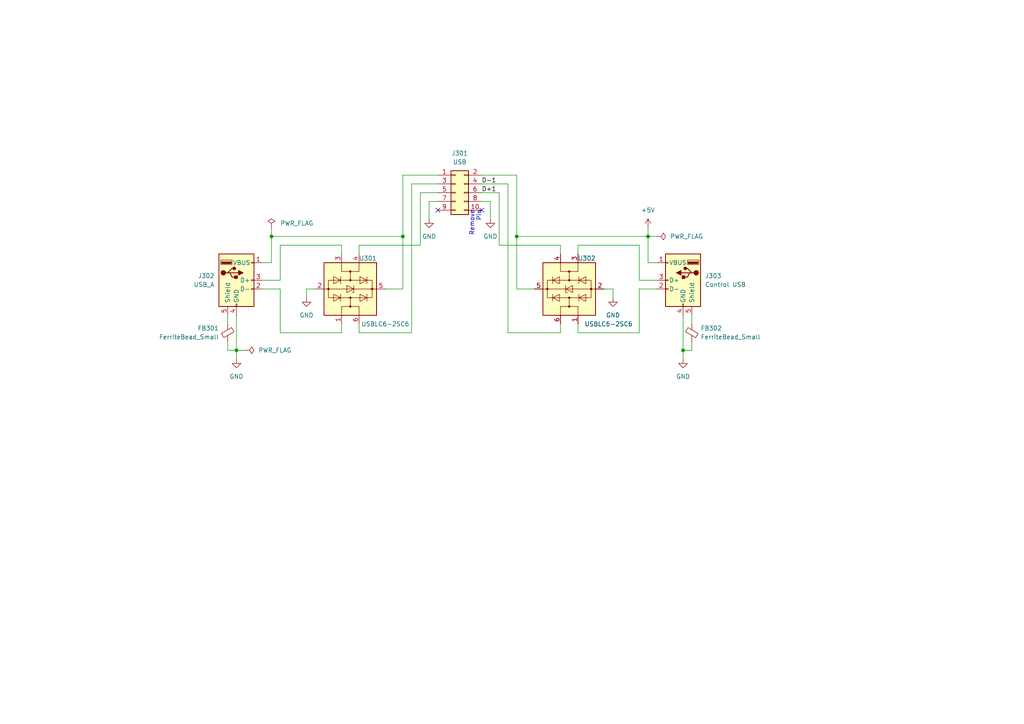
<source format=kicad_sch>
(kicad_sch (version 20211123) (generator eeschema)
  (paper "A4")
  (title_block (title "NAS control remote") (date "2023-01-11") (rev "0.1") (company "Eurovibes Benedikt Spranger") (comment 1 "SPDX-License-Identifier: CERN-OHL-S-2.0") (comment 2 "https://ohwr.org/cern_ohl_s_v2.txt") (comment 3 "To view a copy of this license, visit") (comment 4 "This work is licensed under the CERN-OHL-S v2"))
  (lib_symbols
    (symbol "Connector:USB_A" (pin_names (offset 1.016))
      (property "Reference" "J" (at -5.08 11.43 0))
      (property "Value" "USB_A" (at -5.08 8.89 0))
      (symbol "USB_A_0_1"
        (rectangle (start -5.08 -7.62) (end 5.08 7.62) (stroke (width 0.254)) (fill (type background)))
        (circle (center -3.81 2.159) (radius 0.635) (stroke (width 0.254)) (fill (type outline)))
        (rectangle (start -1.524 4.826) (end -4.318 5.334) (fill (type outline)))
        (rectangle (start -1.27 4.572) (end -4.572 5.842))
        (circle (center -0.635 3.429) (radius 0.381) (stroke (width 0.254)) (fill (type outline)))
        (rectangle (start -0.127 -7.62) (end 0.127 -6.858))
        (polyline (pts (xy -3.175 2.159) (xy -2.54 2.159) (xy -1.27 3.429) (xy -0.635 3.429)) (stroke (width 0.254)))
        (polyline (pts (xy -2.54 2.159) (xy -1.905 2.159) (xy -1.27 0.889) (xy 0 0.889)) (stroke (width 0.254)))
        (polyline (pts (xy 0.635 2.794) (xy 0.635 1.524) (xy 1.905 2.159) (xy 0.635 2.794)) (stroke (width 0.254)) (fill (type outline)))
        (rectangle (start 0.254 1.27) (end -0.508 0.508) (stroke (width 0.254)) (fill (type outline)))
        (rectangle (start 5.08 -2.667) (end 4.318 -2.413))
        (rectangle (start 5.08 -0.127) (end 4.318 0.127))
        (rectangle (start 5.08 4.953) (end 4.318 5.207))
      )
      (symbol "USB_A_1_1"
        (polyline (pts (xy -1.905 2.159) (xy 0.635 2.159)) (stroke (width 0.254)))
        (pin power_in line (at 7.62 5.08 180) (length 2.54) (name "VBUS") (number "1"))
        (pin bidirectional line (at 7.62 -2.54 180) (length 2.54) (name "D-") (number "2"))
        (pin bidirectional line (at 7.62 0 180) (length 2.54) (name "D+") (number "3"))
        (pin power_in line (at 0 -10.16 90) (length 2.54) (name "GND") (number "4"))
        (pin passive line (at -2.54 -10.16 90) (length 2.54) (name "Shield") (number "5"))
      )
    )
    (symbol "Connector_Generic:Conn_02x05_Odd_Even" (pin_names (offset 1.016) hide)
      (property "Reference" "J" (at 1.27 7.62 0))
      (property "Value" "Conn_02x05_Odd_Even" (at 1.27 -7.62 0))
      (symbol "Conn_02x05_Odd_Even_1_1"
        (rectangle (start -1.27 -4.953) (end 0 -5.207) (stroke (width 0.1524)))
        (rectangle (start -1.27 -2.413) (end 0 -2.667) (stroke (width 0.1524)))
        (rectangle (start -1.27 0.127) (end 0 -0.127) (stroke (width 0.1524)))
        (rectangle (start -1.27 2.667) (end 0 2.413) (stroke (width 0.1524)))
        (rectangle (start -1.27 5.207) (end 0 4.953) (stroke (width 0.1524)))
        (rectangle (start -1.27 6.35) (end 3.81 -6.35) (stroke (width 0.254)) (fill (type background)))
        (rectangle (start 3.81 -4.953) (end 2.54 -5.207) (stroke (width 0.1524)))
        (rectangle (start 3.81 -2.413) (end 2.54 -2.667) (stroke (width 0.1524)))
        (rectangle (start 3.81 0.127) (end 2.54 -0.127) (stroke (width 0.1524)))
        (rectangle (start 3.81 2.667) (end 2.54 2.413) (stroke (width 0.1524)))
        (rectangle (start 3.81 5.207) (end 2.54 4.953) (stroke (width 0.1524)))
        (pin passive line (at -5.08 5.08 0) (length 3.81) (name "Pin_1") (number "1"))
        (pin passive line (at 7.62 -5.08 180) (length 3.81) (name "Pin_10") (number "10"))
        (pin passive line (at 7.62 5.08 180) (length 3.81) (name "Pin_2") (number "2"))
        (pin passive line (at -5.08 2.54 0) (length 3.81) (name "Pin_3") (number "3"))
        (pin passive line (at 7.62 2.54 180) (length 3.81) (name "Pin_4") (number "4"))
        (pin passive line (at -5.08 0 0) (length 3.81) (name "Pin_5") (number "5"))
        (pin passive line (at 7.62 0 180) (length 3.81) (name "Pin_6") (number "6"))
        (pin passive line (at -5.08 -2.54 0) (length 3.81) (name "Pin_7") (number "7"))
        (pin passive line (at 7.62 -2.54 180) (length 3.81) (name "Pin_8") (number "8"))
        (pin passive line (at -5.08 -5.08 0) (length 3.81) (name "Pin_9") (number "9"))
      )
    )
    (symbol "Device:FerriteBead_Small" (pin_numbers hide) (pin_names (offset 0))
      (property "Reference" "FB" (at 1.905 1.27 0))
      (property "Value" "FerriteBead_Small" (at 1.905 -1.27 0))
      (symbol "FerriteBead_Small_0_1"
        (polyline (pts (xy 0 -1.27) (xy 0 -0.7874)))
        (polyline (pts (xy 0 0.889) (xy 0 1.2954)))
        (polyline (pts (xy -1.8288 0.2794) (xy -1.1176 1.4986) (xy 1.8288 -0.2032) (xy 1.1176 -1.4224) (xy -1.8288 0.2794)))
      )
      (symbol "FerriteBead_Small_1_1"
        (pin passive line (at 0 2.54 270) (length 1.27) (name "~") (number "1"))
        (pin passive line (at 0 -2.54 90) (length 1.27) (name "~") (number "2"))
      )
    )
    (symbol "Power_Protection:USBLC6-2SC6" (pin_names hide)
      (property "Reference" "U" (at 2.54 8.89 0))
      (property "Value" "USBLC6-2SC6" (at 2.54 -8.89 0))
      (symbol "USBLC6-2SC6_0_1"
        (rectangle (start -7.62 -7.62) (end 7.62 7.62) (stroke (width 0.254)) (fill (type background)))
        (circle (center -5.08 0) (radius 0.254) (fill (type outline)))
        (circle (center -2.54 0) (radius 0.254) (fill (type outline)))
        (rectangle (start -2.54 6.35) (end 2.54 -6.35))
        (circle (center 0 -6.35) (radius 0.254) (fill (type outline)))
        (polyline (pts (xy -5.08 -2.54) (xy -7.62 -2.54)))
        (polyline (pts (xy -5.08 0) (xy -5.08 -2.54)))
        (polyline (pts (xy -5.08 2.54) (xy -7.62 2.54)))
        (polyline (pts (xy -1.524 -2.794) (xy -3.556 -2.794)))
        (polyline (pts (xy -1.524 4.826) (xy -3.556 4.826)))
        (polyline (pts (xy 0 -7.62) (xy 0 -6.35)))
        (polyline (pts (xy 0 -6.35) (xy 0 1.27)))
        (polyline (pts (xy 0 1.27) (xy 0 6.35)))
        (polyline (pts (xy 0 6.35) (xy 0 7.62)))
        (polyline (pts (xy 1.524 -2.794) (xy 3.556 -2.794)))
        (polyline (pts (xy 1.524 4.826) (xy 3.556 4.826)))
        (polyline (pts (xy 5.08 -2.54) (xy 7.62 -2.54)))
        (polyline (pts (xy 5.08 0) (xy 5.08 -2.54)))
        (polyline (pts (xy 5.08 2.54) (xy 7.62 2.54)))
        (polyline (pts (xy -2.54 0) (xy -5.08 0) (xy -5.08 2.54)))
        (polyline (pts (xy 2.54 0) (xy 5.08 0) (xy 5.08 2.54)))
        (polyline (pts (xy -3.556 -4.826) (xy -1.524 -4.826) (xy -2.54 -2.794) (xy -3.556 -4.826)))
        (polyline (pts (xy -3.556 2.794) (xy -1.524 2.794) (xy -2.54 4.826) (xy -3.556 2.794)))
        (polyline (pts (xy -1.016 -1.016) (xy 1.016 -1.016) (xy 0 1.016) (xy -1.016 -1.016)))
        (polyline (pts (xy 1.016 1.016) (xy 0.762 1.016) (xy -1.016 1.016) (xy -1.016 0.508)))
        (polyline (pts (xy 3.556 -4.826) (xy 1.524 -4.826) (xy 2.54 -2.794) (xy 3.556 -4.826)))
        (polyline (pts (xy 3.556 2.794) (xy 1.524 2.794) (xy 2.54 4.826) (xy 3.556 2.794)))
        (circle (center 0 6.35) (radius 0.254) (fill (type outline)))
        (circle (center 2.54 0) (radius 0.254) (fill (type outline)))
        (circle (center 5.08 0) (radius 0.254) (fill (type outline)))
      )
      (symbol "USBLC6-2SC6_1_1"
        (pin passive line (at -10.16 -2.54 0) (length 2.54) (name "I/O1") (number "1"))
        (pin passive line (at 0 -10.16 90) (length 2.54) (name "GND") (number "2"))
        (pin passive line (at 10.16 -2.54 180) (length 2.54) (name "I/O2") (number "3"))
        (pin passive line (at 10.16 2.54 180) (length 2.54) (name "I/O2") (number "4"))
        (pin passive line (at 0 10.16 270) (length 2.54) (name "VBUS") (number "5"))
        (pin passive line (at -10.16 2.54 0) (length 2.54) (name "I/O1") (number "6"))
      )
    )
    (symbol "power:+5V" (power) (pin_names (offset 0))
      (property "Value" "+5V" (at 0 3.556 0))
      (symbol "+5V_0_1"
        (polyline (pts (xy -0.762 1.27) (xy 0 2.54)))
        (polyline (pts (xy 0 0) (xy 0 2.54)))
        (polyline (pts (xy 0 2.54) (xy 0.762 1.27)))
      )
      (symbol "+5V_1_1"
        (pin power_in line (at 0 0 90) (length 0) hide (name "+5V") (number "1"))
      )
    )
    (symbol "power:GND" (power) (pin_names (offset 0))
      (property "Value" "GND" (at 0 -3.81 0))
      (symbol "GND_0_1"
        (polyline (pts (xy 0 0) (xy 0 -1.27) (xy 1.27 -1.27) (xy 0 -2.54) (xy -1.27 -1.27) (xy 0 -1.27)))
      )
      (symbol "GND_1_1"
        (pin power_in line (at 0 0 270) (length 0) hide (name "GND") (number "1"))
      )
    )
    (symbol "power:PWR_FLAG" (power) (pin_numbers hide) (pin_names (offset 0) hide)
      (property "Value" "PWR_FLAG" (at 0 3.81 0))
      (symbol "PWR_FLAG_0_0"
        (pin power_out line (at 0 0 90) (length 0) (name "pwr") (number "1"))
      )
      (symbol "PWR_FLAG_0_1"
        (polyline (pts (xy 0 0) (xy 0 1.27) (xy -1.016 1.905) (xy 0 2.54) (xy 1.016 1.905) (xy 0 1.27)))
      )
    )
  )
  (junction (at 149.86 68.58))
  (junction (at 78.74 68.58))
  (junction (at 68.58 101.6))
  (junction (at 116.84 68.58))
  (junction (at 198.12 101.6))
  (junction (at 187.96 68.58))
  (no_connect (at 127 60.96))
  (no_connect (at 139.7 60.96))
  (wire (pts (xy 68.58 101.6) (xy 71.12 101.6)))
  (wire (pts (xy 99.06 71.12) (xy 99.06 73.66)))
  (wire (pts (xy 162.56 73.66) (xy 162.56 71.12)))
  (wire (pts (xy 81.28 96.52) (xy 99.06 96.52)))
  (wire (pts (xy 81.28 83.82) (xy 81.28 96.52)))
  (wire (pts (xy 76.2 83.82) (xy 81.28 83.82)))
  (wire (pts (xy 187.96 66.04) (xy 187.96 68.58)))
  (wire (pts (xy 162.56 96.52) (xy 147.32 96.52)))
  (wire (pts (xy 190.5 83.82) (xy 185.42 83.82)))
  (wire (pts (xy 76.2 76.2) (xy 78.74 76.2)))
  (wire (pts (xy 66.04 99.06) (xy 66.04 101.6)))
  (wire (pts (xy 139.7 53.34) (xy 147.32 53.34)))
  (wire (pts (xy 81.28 71.12) (xy 99.06 71.12)))
  (wire (pts (xy 187.96 76.2) (xy 187.96 68.58)))
  (wire (pts (xy 119.38 53.34) (xy 119.38 96.52)))
  (wire (pts (xy 139.7 50.8) (xy 149.86 50.8)))
  (wire (pts (xy 185.42 71.12) (xy 167.64 71.12)))
  (wire (pts (xy 81.28 81.28) (xy 81.28 71.12)))
  (wire (pts (xy 167.64 93.98) (xy 167.64 96.52)))
  (wire (pts (xy 88.9 83.82) (xy 88.9 86.36)))
  (wire (pts (xy 162.56 93.98) (xy 162.56 96.52)))
  (wire (pts (xy 144.78 71.12) (xy 162.56 71.12)))
  (wire (pts (xy 185.42 96.52) (xy 167.64 96.52)))
  (wire (pts (xy 200.66 101.6) (xy 198.12 101.6)))
  (wire (pts (xy 111.76 83.82) (xy 116.84 83.82)))
  (wire (pts (xy 200.66 91.44) (xy 200.66 93.98)))
  (wire (pts (xy 116.84 50.8) (xy 116.84 68.58)))
  (wire (pts (xy 147.32 53.34) (xy 147.32 96.52)))
  (wire (pts (xy 144.78 55.88) (xy 139.7 55.88)))
  (wire (pts (xy 177.8 83.82) (xy 177.8 86.36)))
  (wire (pts (xy 99.06 93.98) (xy 99.06 96.52)))
  (wire (pts (xy 142.24 58.42) (xy 142.24 63.5)))
  (wire (pts (xy 149.86 50.8) (xy 149.86 68.58)))
  (wire (pts (xy 78.74 68.58) (xy 116.84 68.58)))
  (wire (pts (xy 91.44 83.82) (xy 88.9 83.82)))
  (wire (pts (xy 144.78 71.12) (xy 144.78 55.88)))
  (wire (pts (xy 68.58 101.6) (xy 68.58 104.14)))
  (wire (pts (xy 104.14 73.66) (xy 104.14 71.12)))
  (wire (pts (xy 76.2 81.28) (xy 81.28 81.28)))
  (wire (pts (xy 104.14 96.52) (xy 119.38 96.52)))
  (wire (pts (xy 187.96 68.58) (xy 149.86 68.58)))
  (wire (pts (xy 200.66 99.06) (xy 200.66 101.6)))
  (wire (pts (xy 78.74 76.2) (xy 78.74 68.58)))
  (wire (pts (xy 78.74 66.04) (xy 78.74 68.58)))
  (wire (pts (xy 190.5 81.28) (xy 185.42 81.28)))
  (wire (pts (xy 190.5 76.2) (xy 187.96 76.2)))
  (wire (pts (xy 175.26 83.82) (xy 177.8 83.82)))
  (wire (pts (xy 167.64 71.12) (xy 167.64 73.66)))
  (wire (pts (xy 185.42 81.28) (xy 185.42 71.12)))
  (wire (pts (xy 185.42 83.82) (xy 185.42 96.52)))
  (wire (pts (xy 121.92 71.12) (xy 104.14 71.12)))
  (wire (pts (xy 124.46 58.42) (xy 124.46 63.5)))
  (wire (pts (xy 198.12 101.6) (xy 198.12 104.14)))
  (wire (pts (xy 121.92 71.12) (xy 121.92 55.88)))
  (wire (pts (xy 66.04 101.6) (xy 68.58 101.6)))
  (wire (pts (xy 127 58.42) (xy 124.46 58.42)))
  (wire (pts (xy 116.84 68.58) (xy 116.84 83.82)))
  (wire (pts (xy 187.96 68.58) (xy 190.5 68.58)))
  (wire (pts (xy 116.84 50.8) (xy 127 50.8)))
  (wire (pts (xy 121.92 55.88) (xy 127 55.88)))
  (wire (pts (xy 139.7 58.42) (xy 142.24 58.42)))
  (wire (pts (xy 149.86 68.58) (xy 149.86 83.82)))
  (wire (pts (xy 68.58 91.44) (xy 68.58 101.6)))
  (wire (pts (xy 119.38 53.34) (xy 127 53.34)))
  (wire (pts (xy 154.94 83.82) (xy 149.86 83.82)))
  (wire (pts (xy 198.12 91.44) (xy 198.12 101.6)))
  (wire (pts (xy 66.04 91.44) (xy 66.04 93.98)))
  (wire (pts (xy 104.14 93.98) (xy 104.14 96.52)))
  (text "Remove\nPin" (at 139.7 60.96 270) (effects (font (size 1.27 1.27)) (justify right bottom)))
  (label "D+1" (at 139.7 55.88 0))
  (label "D-1" (at 139.7 53.34 0))
  (symbol (lib_id "power:PWR_FLAG") (at 190.5 68.58 270) (unit 1)
    (property "Reference" "#FLG0302" (effects hide))
    (property "Value" "PWR_FLAG" (at 194.31 68.5799 90) (effects (justify left)))
  )
  (symbol (lib_id "Connector_Generic:Conn_02x05_Odd_Even") (at 132.08 55.88 0) (unit 1)
    (property "Reference" "J301" (at 133.35 44.45 0))
    (property "Value" "USB" (at 133.35 46.99 0))
    (property "Footprint" "Connector_PinHeader_2.54mm:PinHeader_2x05_P2.54mm_Vertical" (effects hide))
    (property "assemble" "n" (effects hide))
    (property "Description" "Stiftleiste; Stift; männlich; PIN: 10; gerade; 2,54mm; THT; 2x5; L3mm" (effects hide))
    (property "Manufacture" "CONNFLY" (effects hide))
    (property "SupplLink" "https://www.tme.eu/de/details/zl202-10g/stiftleisten-und-buchsen/connfly/ds1021-2-5sf11-b/" (effects hide))
    (property "mpn" "DS1021-2*5SF11-B" (effects hide))
    (property "tme#" "ZL202-10G" (effects hide))
  )
  (symbol (lib_id "Device:FerriteBead_Small") (at 200.66 96.52 0) (unit 1)
    (property "Reference" "FB302" (at 203.2 95.2118 0) (effects (justify left)))
    (property "Value" "FerriteBead_Small" (at 203.2 97.7518 0) (effects (justify left)))
    (property "Footprint" "Inductor_SMD:L_0805_2012Metric" (effects hide))
    (property "LCSC#" "C1015" (effects hide))
    (property "Description" "800mA 1 100Ω@100MHz ±25% 0805 Ferrite Beads ROHS" (effects hide))
    (property "Manufacture" "Sunlord" (effects hide))
    (property "SupplLink" "https://jlcpcb.com/partdetail/Sunlord-GZ2012D101TF/C1015" (effects hide))
    (property "assemble" "y" (effects hide))
    (property "mpn" "GZ2012D101TF" (effects hide))
  )
  (symbol (lib_id "power:PWR_FLAG") (at 71.12 101.6 270) (unit 1)
    (property "Reference" "#FLG0303" (effects hide))
    (property "Value" "PWR_FLAG" (at 74.93 101.5999 90) (effects (justify left)))
  )
  (symbol (lib_id "power:PWR_FLAG") (at 78.74 66.04 0) (unit 1)
    (property "Reference" "#FLG0301" (effects hide))
    (property "Value" "PWR_FLAG" (at 81.28 64.7699 0) (effects (justify left)))
  )
  (symbol (lib_id "Connector:USB_A") (at 68.58 81.28 0) (unit 1)
    (property "Reference" "J302" (at 62.23 80.0099 0) (effects (justify right)))
    (property "Value" "USB_A" (at 62.23 82.5499 0) (effects (justify right)))
    (property "Footprint" "Connector_USB:USB_A_Molex_67643_Horizontal" (effects hide))
    (property "Datasheet" " ~" (effects hide))
    (property "assemble" "n" (effects hide))
    (property "Description" "Buchse; USB A; auf PCB; THT; PIN: 4; 90°-Winkel; abgeschirmt" (effects hide))
    (property "Manufacture" "MOLEX" (effects hide))
    (property "SupplLink" "https://www.tme.eu/de/details/mx-67643-0910/usb-und-ieee1394-steckverbinder/molex/676430910/" (effects hide))
    (property "mpn" "676430910" (effects hide))
    (property "tme#" "MX-67643-0910" (effects hide))
  )
  (symbol (lib_id "Power_Protection:USBLC6-2SC6") (at 165.1 83.82 90) (unit 1)
    (property "Reference" "U302" (at 170.18 74.93 90))
    (property "Value" "USBLC6-2SC6" (at 176.53 93.98 90))
    (property "Footprint" "Package_TO_SOT_SMD:SOT-23-6" (effects hide))
    (property "Datasheet" "https://www.st.com/resource/en/datasheet/usblc6-2.pdf" (effects hide))
    (property "LCSC#" "C2827654" (effects hide))
    (property "Description" "SOT-23-6 ESD Protection Devices ROHS" (effects hide))
    (property "Manufacture" "TECH PUBLIC" (effects hide))
    (property "SupplLink" "https://jlcpcb.com/partdetail/TechPublic-USBLC62SC6/C2827654" (effects hide))
    (property "assemble" "y" (effects hide))
    (property "mpn" "USBLC6-2SC6" (effects hide))
  )
  (symbol (lib_id "power:+5V") (at 187.96 66.04 0) (unit 1)
    (property "Reference" "#PWR0303" (effects hide))
    (property "Value" "+5V" (at 187.96 60.96 0))
  )
  (symbol (lib_id "Power_Protection:USBLC6-2SC6") (at 101.6 83.82 270) (mirror x) (unit 1)
    (property "Reference" "U301" (at 106.68 74.93 90))
    (property "Value" "USBLC6-2SC6" (at 111.76 93.98 90))
    (property "Footprint" "Package_TO_SOT_SMD:SOT-23-6" (effects hide))
    (property "Datasheet" "https://www.st.com/resource/en/datasheet/usblc6-2.pdf" (effects hide))
    (property "LCSC#" "C2827654" (effects hide))
    (property "Description" "SOT-23-6 ESD Protection Devices ROHS" (effects hide))
    (property "Manufacture" "TECH PUBLIC" (effects hide))
    (property "SupplLink" "https://jlcpcb.com/partdetail/TechPublic-USBLC62SC6/C2827654" (effects hide))
    (property "assemble" "y" (effects hide))
    (property "mpn" "USBLC6-2SC6" (effects hide))
  )
  (symbol (lib_id "power:GND") (at 88.9 86.36 0) (mirror y) (unit 1)
    (property "Reference" "#PWR0304" (effects hide))
    (property "Value" "GND" (at 88.9 91.44 0))
  )
  (symbol (lib_id "power:GND") (at 198.12 104.14 0) (unit 1)
    (property "Reference" "#PWR0307" (effects hide))
    (property "Value" "GND" (at 198.12 109.22 0))
  )
  (symbol (lib_id "power:GND") (at 142.24 63.5 0) (unit 1)
    (property "Reference" "#PWR0302" (effects hide))
    (property "Value" "GND" (at 142.24 68.58 0))
  )
  (symbol (lib_id "Device:FerriteBead_Small") (at 66.04 96.52 0) (mirror y) (unit 1)
    (property "Reference" "FB301" (at 63.5 95.2118 0) (effects (justify left)))
    (property "Value" "FerriteBead_Small" (at 63.5 97.7518 0) (effects (justify left)))
    (property "Footprint" "Inductor_SMD:L_0805_2012Metric" (effects hide))
    (property "LCSC#" "C1015" (effects hide))
    (property "Description" "800mA 1 100Ω@100MHz ±25% 0805 Ferrite Beads ROHS" (effects hide))
    (property "Manufacture" "Sunlord" (effects hide))
    (property "SupplLink" "https://jlcpcb.com/partdetail/Sunlord-GZ2012D101TF/C1015" (effects hide))
    (property "assemble" "y" (effects hide))
    (property "mpn" "GZ2012D101TF" (effects hide))
  )
  (symbol (lib_id "Connector:USB_A") (at 198.12 81.28 0) (mirror y) (unit 1)
    (property "Reference" "J303" (at 204.47 80.0099 0) (effects (justify right)))
    (property "Value" "Control USB" (at 204.47 82.5499 0) (effects (justify right)))
    (property "Footprint" "Connector_USB:USB_A_Molex_67643_Horizontal" (effects hide))
    (property "Datasheet" " ~" (effects hide))
    (property "assemble" "n" (effects hide))
    (property "Description" "Buchse; USB A; auf PCB; THT; PIN: 4; 90°-Winkel; abgeschirmt" (effects hide))
    (property "Manufacture" "MOLEX" (effects hide))
    (property "SupplLink" "https://www.tme.eu/de/details/mx-67643-0910/usb-und-ieee1394-steckverbinder/molex/676430910/" (effects hide))
    (property "mpn" "676430910" (effects hide))
    (property "tme#" "MX-67643-0910" (effects hide))
  )
  (symbol (lib_id "power:GND") (at 177.8 86.36 0) (unit 1)
    (property "Reference" "#PWR0305" (effects hide))
    (property "Value" "GND" (at 177.8 91.44 0))
  )
  (symbol (lib_id "power:GND") (at 68.58 104.14 0) (mirror y) (unit 1)
    (property "Reference" "#PWR0306" (effects hide))
    (property "Value" "GND" (at 68.58 109.22 0))
  )
  (symbol (lib_id "power:GND") (at 124.46 63.5 0) (mirror y) (unit 1)
    (property "Reference" "#PWR0301" (effects hide))
    (property "Value" "GND" (at 124.46 68.58 0))
  )
)
</source>
